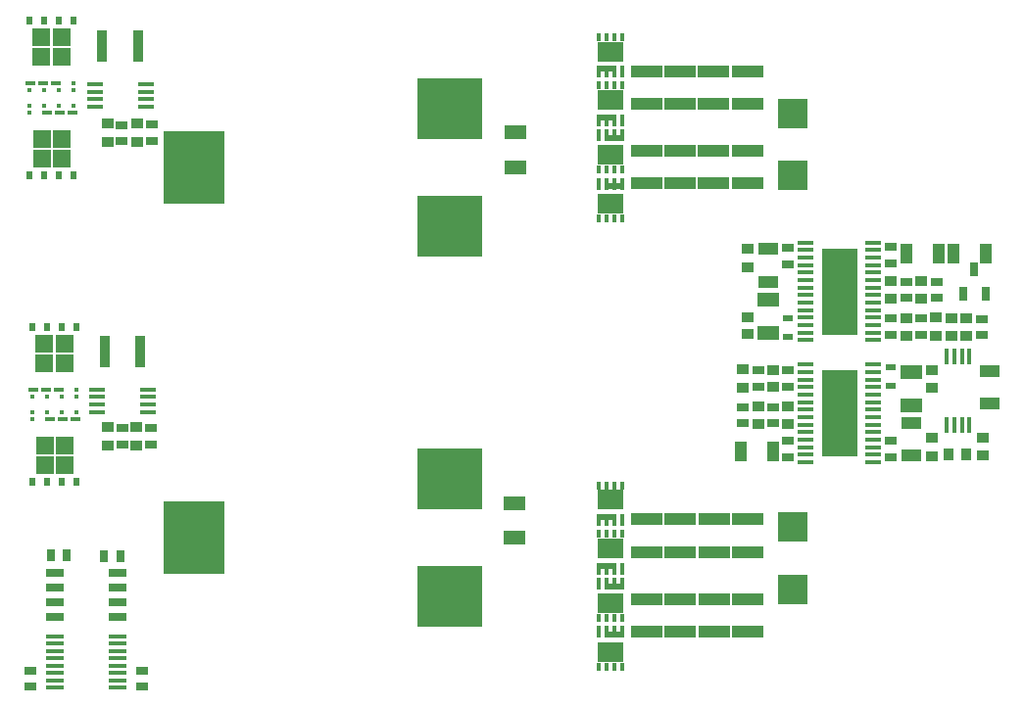
<source format=gtp>
G04*
G04 #@! TF.GenerationSoftware,Altium Limited,Altium Designer,22.9.1 (49)*
G04*
G04 Layer_Color=8421504*
%FSLAX25Y25*%
%MOIN*%
G70*
G04*
G04 #@! TF.SameCoordinates,58640E65-FB78-4378-B78F-6D08F657F38D*
G04*
G04*
G04 #@! TF.FilePolarity,Positive*
G04*
G01*
G75*
%ADD15R,0.01968X0.02953*%
%ADD16R,0.05906X0.05906*%
%ADD17R,0.01575X0.01378*%
%ADD18R,0.01575X0.01772*%
%ADD19R,0.03543X0.01772*%
%ADD20R,0.03543X0.01772*%
%ADD21R,0.03858X0.03071*%
%ADD22R,0.06004X0.02559*%
%ADD23R,0.03071X0.03858*%
%ADD24R,0.05906X0.01713*%
%ADD25R,0.20787X0.25000*%
%ADD26R,0.22008X0.20984*%
%ADD27R,0.10709X0.04016*%
%ADD28R,0.07480X0.04724*%
%ADD29R,0.01339X0.03150*%
%ADD30R,0.01339X0.03937*%
%ADD31R,0.09016X0.06732*%
%ADD32R,0.01339X0.01968*%
%ADD33R,0.03937X0.03740*%
%ADD34R,0.05610X0.01772*%
%ADD35R,0.03622X0.11102*%
%ADD36R,0.01772X0.05807*%
%ADD37R,0.03937X0.03347*%
%ADD38R,0.05709X0.01772*%
%ADD39R,0.12008X0.29764*%
%ADD40R,0.07165X0.04016*%
%ADD41R,0.03347X0.03937*%
%ADD42R,0.07717X0.05039*%
%ADD43R,0.03701X0.02126*%
%ADD44R,0.09843X0.10080*%
%ADD45R,0.04016X0.07165*%
%ADD46R,0.02559X0.04921*%
D15*
X76535Y74095D02*
D03*
X71535D02*
D03*
X66535D02*
D03*
X61535D02*
D03*
X76398Y126594D02*
D03*
X71398D02*
D03*
X66398D02*
D03*
X61398D02*
D03*
X75551Y178425D02*
D03*
X70551D02*
D03*
X65551D02*
D03*
X60551D02*
D03*
X60413Y230995D02*
D03*
X65413D02*
D03*
X70413D02*
D03*
X75413D02*
D03*
D16*
X72382Y86319D02*
D03*
X65689D02*
D03*
X72382Y79626D02*
D03*
X65689D02*
D03*
X72244Y121063D02*
D03*
X65551D02*
D03*
X72244Y114370D02*
D03*
X65551D02*
D03*
X71398Y190650D02*
D03*
X64705D02*
D03*
X71398Y183957D02*
D03*
X64705D02*
D03*
X64567Y218770D02*
D03*
X71260D02*
D03*
X64567Y225463D02*
D03*
X71260D02*
D03*
D17*
X76535Y97756D02*
D03*
X71535D02*
D03*
X66535D02*
D03*
X61535D02*
D03*
X76398Y102933D02*
D03*
X71398D02*
D03*
X66398D02*
D03*
X61398D02*
D03*
X75551Y202085D02*
D03*
X70552D02*
D03*
X65552D02*
D03*
X60552D02*
D03*
X60413Y207333D02*
D03*
X65413D02*
D03*
X70413D02*
D03*
X75413D02*
D03*
D18*
X61536Y95394D02*
D03*
X76398Y105295D02*
D03*
X60551Y199724D02*
D03*
X75413Y209695D02*
D03*
D19*
X67520Y95393D02*
D03*
X70413Y105295D02*
D03*
X66535Y199724D02*
D03*
X69429Y209695D02*
D03*
D20*
X71851Y95393D02*
D03*
X76181Y95393D02*
D03*
X61752Y105295D02*
D03*
X66083Y105295D02*
D03*
X70866Y199724D02*
D03*
X75197Y199724D02*
D03*
X65098Y209695D02*
D03*
X60768D02*
D03*
D21*
X98819Y4331D02*
D03*
Y9843D02*
D03*
X60630Y4331D02*
D03*
Y9843D02*
D03*
X91929Y92323D02*
D03*
Y86811D02*
D03*
X101772Y92323D02*
D03*
Y86811D02*
D03*
X384252Y129528D02*
D03*
Y124016D02*
D03*
X353543Y87992D02*
D03*
Y82480D02*
D03*
X353551Y129618D02*
D03*
Y124106D02*
D03*
X363787D02*
D03*
Y129618D02*
D03*
X318504Y87992D02*
D03*
Y82480D02*
D03*
X303157Y99500D02*
D03*
Y93988D02*
D03*
X313394Y99500D02*
D03*
Y93988D02*
D03*
X308268Y112008D02*
D03*
Y106496D02*
D03*
X318504D02*
D03*
Y112008D02*
D03*
X91870Y190039D02*
D03*
Y195551D02*
D03*
X101969Y190157D02*
D03*
Y195669D02*
D03*
X358669Y136705D02*
D03*
Y142217D02*
D03*
X368905Y136705D02*
D03*
Y142217D02*
D03*
X318512Y148122D02*
D03*
Y153634D02*
D03*
X353543Y148425D02*
D03*
Y153937D02*
D03*
D22*
X90402Y42933D02*
D03*
Y37933D02*
D03*
Y32933D02*
D03*
Y27933D02*
D03*
X69047D02*
D03*
Y32933D02*
D03*
Y37933D02*
D03*
Y42933D02*
D03*
D23*
X91339Y48819D02*
D03*
X85827D02*
D03*
X67716Y49213D02*
D03*
X73228D02*
D03*
D24*
X69095Y21543D02*
D03*
Y19047D02*
D03*
Y16543D02*
D03*
Y14047D02*
D03*
Y11543D02*
D03*
Y9047D02*
D03*
Y6543D02*
D03*
Y4047D02*
D03*
X90354D02*
D03*
Y6543D02*
D03*
Y9047D02*
D03*
Y11543D02*
D03*
Y14047D02*
D03*
Y16543D02*
D03*
Y19047D02*
D03*
Y21543D02*
D03*
D25*
X116457Y181102D02*
D03*
Y55118D02*
D03*
D26*
X203366Y161122D02*
D03*
Y201102D02*
D03*
Y35138D02*
D03*
Y75118D02*
D03*
D27*
X304626Y213779D02*
D03*
X270472Y23031D02*
D03*
X293209Y213779D02*
D03*
X281890Y23031D02*
D03*
X281791Y213779D02*
D03*
X293307Y23031D02*
D03*
X270374Y213779D02*
D03*
X304724Y23031D02*
D03*
X270374Y202756D02*
D03*
X270374Y186614D02*
D03*
Y175591D02*
D03*
X281791Y202756D02*
D03*
X293209D02*
D03*
X304626D02*
D03*
X304626Y186614D02*
D03*
Y175591D02*
D03*
X281791Y186614D02*
D03*
Y175591D02*
D03*
X293209Y186614D02*
D03*
Y175591D02*
D03*
X270472Y61221D02*
D03*
Y50197D02*
D03*
X281890Y61221D02*
D03*
Y50197D02*
D03*
X293307Y34055D02*
D03*
X270472D02*
D03*
X281890D02*
D03*
X304724D02*
D03*
X293307Y61221D02*
D03*
Y50197D02*
D03*
X304724Y61221D02*
D03*
Y50197D02*
D03*
D28*
X225590Y181102D02*
D03*
Y192913D02*
D03*
X225492Y55020D02*
D03*
Y66831D02*
D03*
D29*
X254232Y11142D02*
D03*
X256791D02*
D03*
X259350D02*
D03*
X261910D02*
D03*
Y27677D02*
D03*
X259350D02*
D03*
X256791D02*
D03*
X254232D02*
D03*
X261910Y56299D02*
D03*
X259350D02*
D03*
X256791D02*
D03*
X254232D02*
D03*
Y72835D02*
D03*
X256791D02*
D03*
X259350D02*
D03*
X261910D02*
D03*
X254232Y180315D02*
D03*
X256791D02*
D03*
X259350D02*
D03*
X261909D02*
D03*
X254232Y208937D02*
D03*
X256791D02*
D03*
X259350D02*
D03*
X261909D02*
D03*
Y163779D02*
D03*
X259350D02*
D03*
X256791D02*
D03*
X254232D02*
D03*
Y225472D02*
D03*
X256791D02*
D03*
X259350D02*
D03*
X261909D02*
D03*
D30*
X261910Y22913D02*
D03*
X259350D02*
D03*
X256791D02*
D03*
X254232D02*
D03*
Y39449D02*
D03*
X256791D02*
D03*
X259350D02*
D03*
X261910D02*
D03*
X254232Y44528D02*
D03*
X256791D02*
D03*
X259350D02*
D03*
X261910D02*
D03*
Y61063D02*
D03*
X259350D02*
D03*
X256791D02*
D03*
X254232D02*
D03*
X261909Y192087D02*
D03*
X259350D02*
D03*
X256791D02*
D03*
X254232D02*
D03*
X261909Y197165D02*
D03*
X259350D02*
D03*
X256791D02*
D03*
X254232D02*
D03*
Y175551D02*
D03*
X256791D02*
D03*
X259350D02*
D03*
X261909D02*
D03*
Y213701D02*
D03*
X259350D02*
D03*
X256791D02*
D03*
X254232D02*
D03*
D31*
X258071Y16063D02*
D03*
Y32598D02*
D03*
Y51378D02*
D03*
Y67913D02*
D03*
X258071Y185236D02*
D03*
Y204016D02*
D03*
Y168701D02*
D03*
Y220551D02*
D03*
D32*
X258071Y21929D02*
D03*
X260630D02*
D03*
Y38465D02*
D03*
X258071D02*
D03*
Y45512D02*
D03*
X255512D02*
D03*
Y62047D02*
D03*
X258071D02*
D03*
X258071Y191102D02*
D03*
X260630D02*
D03*
X255512Y198150D02*
D03*
X258071D02*
D03*
X260630Y174567D02*
D03*
X258071D02*
D03*
X255512Y214685D02*
D03*
X258071D02*
D03*
D33*
X96850Y92716D02*
D03*
Y86417D02*
D03*
X368898Y123622D02*
D03*
Y129921D02*
D03*
X367323Y82874D02*
D03*
Y89173D02*
D03*
X303150Y112402D02*
D03*
Y106102D02*
D03*
X87008Y86417D02*
D03*
Y92716D02*
D03*
X86949Y195945D02*
D03*
Y189646D02*
D03*
X97047Y196063D02*
D03*
Y189764D02*
D03*
X304732Y153240D02*
D03*
Y146941D02*
D03*
D34*
X83280Y105512D02*
D03*
Y102953D02*
D03*
Y100394D02*
D03*
Y97835D02*
D03*
X100697D02*
D03*
Y100394D02*
D03*
Y102953D02*
D03*
Y105512D02*
D03*
X82571Y209429D02*
D03*
Y206870D02*
D03*
Y204311D02*
D03*
Y201752D02*
D03*
X99988D02*
D03*
Y204311D02*
D03*
Y206870D02*
D03*
Y209429D02*
D03*
D35*
X85925Y118405D02*
D03*
X98051D02*
D03*
X85216Y222323D02*
D03*
X97342D02*
D03*
D36*
X380217Y116685D02*
D03*
X377658D02*
D03*
X375098D02*
D03*
X372539D02*
D03*
Y93551D02*
D03*
X375098D02*
D03*
X377658D02*
D03*
X380217D02*
D03*
D37*
X374016Y129724D02*
D03*
Y123819D02*
D03*
X379134D02*
D03*
Y129724D02*
D03*
X384646Y88976D02*
D03*
Y83071D02*
D03*
X367331Y105996D02*
D03*
Y111902D02*
D03*
X358661Y129724D02*
D03*
Y123819D02*
D03*
X308276Y93791D02*
D03*
Y99697D02*
D03*
X313386Y106299D02*
D03*
Y112205D02*
D03*
X318512Y99697D02*
D03*
Y93791D02*
D03*
X304732Y130209D02*
D03*
Y124303D02*
D03*
X363787Y142413D02*
D03*
Y136508D02*
D03*
X353551D02*
D03*
Y142413D02*
D03*
D38*
X347547Y80701D02*
D03*
Y83260D02*
D03*
Y85819D02*
D03*
Y88378D02*
D03*
Y90937D02*
D03*
Y93496D02*
D03*
Y96055D02*
D03*
Y98614D02*
D03*
Y101173D02*
D03*
Y103732D02*
D03*
Y106291D02*
D03*
Y108850D02*
D03*
Y111409D02*
D03*
Y113969D02*
D03*
X324516D02*
D03*
Y111409D02*
D03*
Y108850D02*
D03*
Y106291D02*
D03*
Y103732D02*
D03*
Y101173D02*
D03*
Y98614D02*
D03*
Y96055D02*
D03*
Y93496D02*
D03*
Y90937D02*
D03*
Y88378D02*
D03*
Y85819D02*
D03*
Y83260D02*
D03*
Y80701D02*
D03*
X324516Y155504D02*
D03*
Y152945D02*
D03*
Y150386D02*
D03*
Y147827D02*
D03*
Y145268D02*
D03*
Y142709D02*
D03*
Y140150D02*
D03*
Y137591D02*
D03*
Y135031D02*
D03*
Y132473D02*
D03*
Y129913D02*
D03*
Y127354D02*
D03*
Y124795D02*
D03*
Y122236D02*
D03*
X347547D02*
D03*
Y124795D02*
D03*
Y127354D02*
D03*
Y129913D02*
D03*
Y132473D02*
D03*
Y135031D02*
D03*
Y137591D02*
D03*
Y140150D02*
D03*
Y142709D02*
D03*
Y145268D02*
D03*
Y147827D02*
D03*
Y150386D02*
D03*
Y152945D02*
D03*
Y155504D02*
D03*
D39*
X336032Y97335D02*
D03*
X336032Y138870D02*
D03*
D40*
X360244Y93988D02*
D03*
Y82965D02*
D03*
X387008Y111811D02*
D03*
Y100787D02*
D03*
X311819Y142217D02*
D03*
Y153240D02*
D03*
D41*
X373031Y83268D02*
D03*
X378937D02*
D03*
D42*
X360244Y111390D02*
D03*
Y100209D02*
D03*
X311819Y124815D02*
D03*
Y135996D02*
D03*
D43*
X353551Y112886D02*
D03*
Y106587D02*
D03*
X318512Y123319D02*
D03*
Y129618D02*
D03*
D44*
X320079Y178456D02*
D03*
Y199497D02*
D03*
X320079Y37511D02*
D03*
Y58552D02*
D03*
D45*
X313386Y84449D02*
D03*
X302362D02*
D03*
X385827Y151575D02*
D03*
X374803D02*
D03*
X358669Y151665D02*
D03*
X369693D02*
D03*
D46*
X378150Y137992D02*
D03*
X385630D02*
D03*
X381890Y146260D02*
D03*
M02*

</source>
